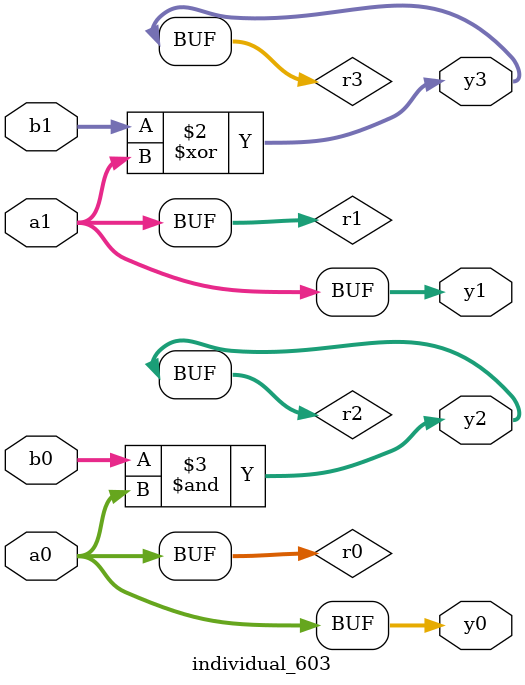
<source format=sv>
module individual_603(input logic [15:0] a1, input logic [15:0] a0, input logic [15:0] b1, input logic [15:0] b0, output logic [15:0] y3, output logic [15:0] y2, output logic [15:0] y1, output logic [15:0] y0);
logic [15:0] r0, r1, r2, r3; 
 always@(*) begin 
	 r0 = a0; r1 = a1; r2 = b0; r3 = b1; 
 	 r3  ^=  r1 ;
 	 r2  &=  a0 ;
 	 y3 = r3; y2 = r2; y1 = r1; y0 = r0; 
end
endmodule
</source>
